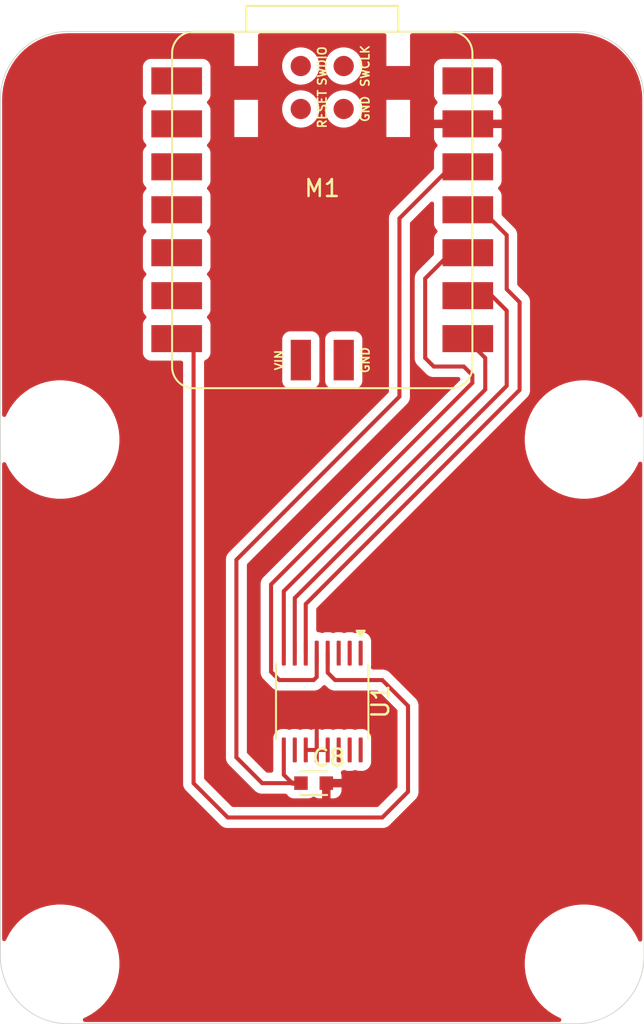
<source format=kicad_pcb>
(kicad_pcb (version 20241229) (generator "pcbnew") (generator_version "9.0")
  (layers (0 "F.Cu" signal) (2 "B.Cu" signal) (13 "F.Paste" user) (15 "B.Paste" user) (5 "F.SilkS" user "F.Silkscreen") (7 "B.SilkS" user "B.Silkscreen") (1 "F.Mask" user) (3 "B.Mask" user) (25 "Edge.Cuts" user))
  (net 0 "")
  (net 2 "PWR_GND")
  (net 3 "PWR_5V")
  (net 4 "PWR_3V3")
  (net 6 "/SCK")
  (net 7 "/MOSI")
  (net 8 "/MISO")
  (net 17 "/CSN")
  (net 23 "/CAL_EN")
  (footprint "fab:TSSOP-16_4.4x5mm_P0.65mm" (layer "F.Cu") (at 177.8 76.454 -90)
    (property "Reference" "U1" (at 0 -3.45 90) (layer "F.SilkS"))
    (property "Value" "MT6835")
    (fp_line (start 0 2.735) (end -2.2 2.735) (stroke (width 0.12)) (layer "F.SilkS"))
    (fp_line (start 0 2.735) (end 2.2 2.735) (stroke (width 0.12)) (layer "F.SilkS"))
    (fp_line (start 0 -2.735) (end -2.2 -2.735) (stroke (width 0.12)) (layer "F.SilkS"))
    (fp_line (start 0 -2.735) (end 2.2 -2.735) (stroke (width 0.12)) (layer "F.SilkS"))
    (fp_poly (pts (xy -3.86 -2.275) (xy -4.19 -2.515) (xy -4.19 -2.035) (xy -3.86 -2.275)) (stroke (width 0.12)) (fill yes) (layer "F.SilkS"))
    (pad "1" smd roundrect (at -2.8625 -2.275 270) (size 1.475 0.24) (layers "F.Cu" "F.Mask" "F.Paste"))
    (pad "2" smd roundrect (at -2.8625 -1.625 270) (size 1.475 0.24) (layers "F.Cu" "F.Mask" "F.Paste"))
    (pad "3" smd roundrect (at -2.8625 -0.975 270) (size 1.475 0.24) (layers "F.Cu" "F.Mask" "F.Paste"))
    (pad "4" smd roundrect (at -2.8625 -0.325 270) (size 1.475 0.24) (layers "F.Cu" "F.Mask" "F.Paste") (net 23 "/CAL_EN"))
    (pad "5" smd roundrect (at -2.8625 0.325 270) (size 1.475 0.24) (layers "F.Cu" "F.Mask" "F.Paste") (net 8 "/MISO"))
    (pad "6" smd roundrect (at -2.8625 0.975 270) (size 1.475 0.24) (layers "F.Cu" "F.Mask" "F.Paste") (net 7 "/MOSI"))
    (pad "7" smd roundrect (at -2.8625 1.625 270) (size 1.475 0.24) (layers "F.Cu" "F.Mask" "F.Paste") (net 6 "/SCK"))
    (pad "8" smd roundrect (at -2.8625 2.275 270) (size 1.475 0.24) (layers "F.Cu" "F.Mask" "F.Paste") (net 17 "/CSN"))
    (pad "9" smd roundrect (at 2.8625 2.275 270) (size 1.475 0.24) (layers "F.Cu" "F.Mask" "F.Paste") (net 4 "PWR_3V3"))
    (pad "10" smd roundrect (at 2.8625 1.625 270) (size 1.475 0.24) (layers "F.Cu" "F.Mask" "F.Paste"))
    (pad "11" smd roundrect (at 2.8625 0.975 270) (size 1.475 0.24) (layers "F.Cu" "F.Mask" "F.Paste") (net 2 "PWR_GND"))
    (pad "12" smd roundrect (at 2.8625 0.325 270) (size 1.475 0.24) (layers "F.Cu" "F.Mask" "F.Paste") (net 2 "PWR_GND"))
    (pad "13" smd roundrect (at 2.8625 -0.325 270) (size 1.475 0.24) (layers "F.Cu" "F.Mask" "F.Paste") (net 2 "PWR_GND"))
    (pad "14" smd roundrect (at 2.8625 -0.975 270) (size 1.475 0.24) (layers "F.Cu" "F.Mask" "F.Paste"))
    (pad "15" smd roundrect (at 2.8625 -1.625 270) (size 1.475 0.24) (layers "F.Cu" "F.Mask" "F.Paste"))
    (pad "16" smd roundrect (at 2.8625 -2.275 270) (size 1.475 0.24) (layers "F.Cu" "F.Mask" "F.Paste"))
  )
  (footprint "fab:Mounting_NEMA17" (layer "F.Cu") (at 177.794 76.46)
    (property "Reference" "REF**" (hide yes))
    (property "Value" "Mounting_NEMA17" (hide yes))
    (pad "" np_thru_hole circle (at -15.5 -15.5) (size 3.2 3.2) (drill 3.2) (layers "*.Cu" "*.Mask") (clearance 1.9))
    (pad "" np_thru_hole circle (at -15.5 15.5) (size 3.2 3.2) (drill 3.2) (layers "*.Cu" "*.Mask") (clearance 1.9))
    (pad "" np_thru_hole circle (at 15.5 -15.5) (size 3.2 3.2) (drill 3.2) (layers "*.Cu" "*.Mask") (clearance 1.9))
    (pad "" np_thru_hole circle (at 15.5 15.5) (size 3.2 3.2) (drill 3.2) (layers "*.Cu" "*.Mask") (clearance 1.9))
  )
  (footprint "fab:SeeedStudio_XIAO_RP2040_smd" (layer "F.Cu") (at 177.8 47.371)
    (property "Reference" "M1" (at 0 -1.27 0) (layer "F.SilkS"))
    (property "Value" "Module_XIAO-RP2040")
    (fp_line (start -8.8875 9.281) (end -8.8875 -9.261) (stroke (width 0.12)) (layer "F.SilkS"))
    (fp_line (start -7.6175 -10.531) (end 7.6225 -10.531) (stroke (width 0.12)) (layer "F.SilkS"))
    (fp_line (start 7.6225 10.551) (end -7.6175 10.551) (stroke (width 0.12)) (layer "F.SilkS"))
    (fp_line (start 8.8925 -9.261) (end 8.8925 9.281) (stroke (width 0.12)) (layer "F.SilkS"))
    (fp_rect (start -4.4975 -10.531) (end 4.5025 -12.055) (stroke (width 0.12)) (fill no) (layer "F.SilkS"))
    (fp_arc (start -8.8875 -9.261) (mid -8.515526 -10.159026) (end -7.6175 -10.531) (stroke (width 0.12)) (layer "F.SilkS"))
    (fp_arc (start -7.6175 10.551) (mid -8.515526 10.179026) (end -8.8875 9.281) (stroke (width 0.12)) (layer "F.SilkS"))
    (fp_arc (start 7.6225 -10.531) (mid 8.520526 -10.159026) (end 8.8925 -9.261) (stroke (width 0.12)) (layer "F.SilkS"))
    (fp_arc (start 8.8925 9.281) (mid 8.520526 10.179026) (end 7.6225 10.551) (stroke (width 0.12)) (layer "F.SilkS"))
    (fp_text user "GND" (at 2.545 8.89 90) (layer "F.SilkS") (effects (font (size 0.5 0.5) (thickness 0.1) (bold yes))))
    (fp_text user "GND" (at 2.54 -5.96 90) (layer "F.SilkS") (effects (font (size 0.5 0.5) (thickness 0.1) (bold yes))))
    (fp_text user "VIN" (at -2.535 8.89 90) (layer "F.SilkS") (effects (font (size 0.5 0.5) (thickness 0.1) (bold yes))))
    (fp_text user "SWDIO" (at 0 -8.5 90) (layer "F.SilkS") (effects (font (size 0.5 0.5) (thickness 0.1) (bold yes))))
    (fp_text user "RESET" (at 0 -5.96 90) (layer "F.SilkS") (effects (font (size 0.5 0.5) (thickness 0.1) (bold yes))))
    (fp_text user "SWCLK" (at 2.54 -8.5 90) (layer "F.SilkS") (effects (font (size 0.5 0.5) (thickness 0.1) (bold yes))))
    (pad "1" smd rect (at -7.615 -7.62) (size 3 1.6) (drill (offset -1 0)) (layers "F.Cu" "F.Mask" "F.Paste"))
    (pad "2" smd rect (at -7.615 -5.08) (size 3 1.6) (drill (offset -1 0)) (layers "F.Cu" "F.Mask" "F.Paste"))
    (pad "3" smd rect (at -7.615 -2.54) (size 3 1.6) (drill (offset -1 0)) (layers "F.Cu" "F.Mask" "F.Paste"))
    (pad "4" smd rect (at -7.615 0) (size 3 1.6) (drill (offset -1 0)) (layers "F.Cu" "F.Mask" "F.Paste"))
    (pad "5" smd rect (at -7.615 2.54) (size 3 1.6) (drill (offset -1 0)) (layers "F.Cu" "F.Mask" "F.Paste"))
    (pad "6" smd rect (at -7.615 5.08) (size 3 1.6) (drill (offset -1 0)) (layers "F.Cu" "F.Mask" "F.Paste"))
    (pad "7" smd rect (at -7.615 7.62) (size 3 1.6) (drill (offset -1 0)) (layers "F.Cu" "F.Mask" "F.Paste") (net 23 "/CAL_EN"))
    (pad "8" smd rect (at 7.62 7.62) (size 3 1.6) (drill (offset 1 0)) (layers "F.Cu" "F.Mask" "F.Paste") (net 17 "/CSN"))
    (pad "9" smd rect (at 7.62 5.08) (size 3 1.6) (drill (offset 1 0)) (layers "F.Cu" "F.Mask" "F.Paste") (net 6 "/SCK"))
    (pad "10" smd rect (at 7.62 2.54) (size 3 1.6) (drill (offset 1 0)) (layers "F.Cu" "F.Mask" "F.Paste") (net 8 "/MISO"))
    (pad "11" smd rect (at 7.62 0) (size 3 1.6) (drill (offset 1 0)) (layers "F.Cu" "F.Mask" "F.Paste") (net 7 "/MOSI"))
    (pad "12" smd rect (at 7.62 -2.54) (size 3 1.6) (drill (offset 1 0)) (layers "F.Cu" "F.Mask" "F.Paste") (net 4 "PWR_3V3"))
    (pad "13" smd rect (at 7.62 -5.08) (size 3 1.6) (drill (offset 1 0)) (layers "F.Cu" "F.Mask" "F.Paste") (net 2 "PWR_GND"))
    (pad "14" smd rect (at 7.62 -7.62) (size 3 1.6) (drill (offset 1 0)) (layers "F.Cu" "F.Mask" "F.Paste") (net 3 "PWR_5V"))
    (pad "15" smd rect (at 1.275 8.89 270) (size 2.4 1.2) (layers "F.Cu" "F.Mask" "F.Paste"))
    (pad "16" smd rect (at -1.265 8.89 270) (size 2.4 1.2) (layers "F.Cu" "F.Mask" "F.Paste"))
    (pad "17" smd circle (at -1.27 -8.5) (size 1.2 1.2) (layers "F.Cu" "F.Mask" "F.Paste"))
    (pad "18" smd circle (at -1.27 -5.96) (size 1.2 1.2) (layers "F.Cu" "F.Mask" "F.Paste"))
    (pad "19" smd circle (at 1.27 -5.96) (size 1.2 1.2) (layers "F.Cu" "F.Mask" "F.Paste"))
    (pad "20" smd circle (at 1.27 -8.5) (size 1.2 1.2) (layers "F.Cu" "F.Mask" "F.Paste"))
    (zone (net 0) (net_name "") (layers "F.Cu" "F.Mask" "F.Paste" "User.1") (name "USB_MECHA") (connect_pads (clearance 0)) (min_thickness 0.25)
      (keepout (tracks not_allowed) (vias not_allowed) (pads not_allowed) (copperpour not_allowed) (footprints not_allowed))
      (fill (thermal_gap 0.5) (thermal_bridge_width 0.5))
      (polygon (pts (xy 172.6 36.821) (xy 174 36.821) (xy 174 38.871) (xy 172.6 38.871)))
    )
    (zone (net 0) (net_name "") (layers "F.Cu" "F.Mask" "F.Paste" "User.1") (name "USB_MECHA") (connect_pads (clearance 0)) (min_thickness 0.25)
      (keepout (tracks not_allowed) (vias not_allowed) (pads not_allowed) (copperpour not_allowed) (footprints not_allowed))
      (fill (thermal_gap 0.5) (thermal_bridge_width 0.5))
      (polygon (pts (xy 172.6 40.871) (xy 174 40.871) (xy 174 43.071) (xy 172.6 43.071)))
    )
    (zone (net 0) (net_name "") (layers "F.Cu" "F.Mask" "F.Paste" "User.1") (name "USB_MECHA") (connect_pads (clearance 0)) (min_thickness 0.25)
      (keepout (tracks not_allowed) (vias not_allowed) (pads not_allowed) (copperpour not_allowed) (footprints not_allowed))
      (fill (thermal_gap 0.5) (thermal_bridge_width 0.5))
      (polygon (pts (xy 181.6 36.821) (xy 183 36.821) (xy 183 38.871) (xy 181.6 38.871)))
    )
    (zone (net 0) (net_name "") (layers "F.Cu" "F.Mask" "F.Paste" "User.1") (name "USB_MECHA") (connect_pads (clearance 0)) (min_thickness 0.25)
      (keepout (tracks not_allowed) (vias not_allowed) (pads not_allowed) (copperpour not_allowed) (footprints not_allowed))
      (fill (thermal_gap 0.5) (thermal_bridge_width 0.5))
      (polygon (pts (xy 181.6 40.871) (xy 183 40.871) (xy 183 43.071) (xy 181.6 43.071)))
    )
  )
  (footprint "fab:C_0603" (layer "F.Cu") (at 177.292 81.28)
    (property "Reference" "C8" (at 0.9 -1.5 0) (layer "F.SilkS"))
    (property "Value" "0.1uF")
    (fp_line (start -0.8 -0.7) (end 0.8 -0.7) (stroke (width 0.12)) (layer "F.SilkS"))
    (fp_line (start 0.8 0.7) (end -0.8 0.7) (stroke (width 0.12)) (layer "F.SilkS"))
    (pad "1" smd rect (at -0.75 0) (size 0.8 0.8) (layers "F.Cu" "F.Mask" "F.Paste") (net 4 "PWR_3V3"))
    (pad "2" smd rect (at 0.75 0) (size 0.8 0.8) (layers "F.Cu" "F.Mask" "F.Paste") (net 2 "PWR_GND"))
  )
  (gr_arc (start 192.85 36.83) (mid 195.678427 38.001573) (end 196.85 40.83) (stroke (width 0.05)) (layer "Edge.Cuts"))
  (gr_line (start 192.85 95.504) (end 162.75 95.504) (stroke (width 0.05)) (layer "Edge.Cuts"))
  (gr_arc (start 196.85 91.504) (mid 195.678427 94.332427) (end 192.85 95.504) (stroke (width 0.05)) (layer "Edge.Cuts"))
  (gr_arc (start 162.75 95.504) (mid 159.921573 94.332427) (end 158.75 91.504) (stroke (width 0.05)) (layer "Edge.Cuts"))
  (gr_line (start 196.85 40.83) (end 196.85 91.504) (stroke (width 0.05)) (layer "Edge.Cuts"))
  (gr_line (start 158.75 40.83) (end 158.75 91.504) (stroke (width 0.05)) (layer "Edge.Cuts"))
  (gr_line (start 162.75 36.83) (end 192.85 36.83) (stroke (width 0.05)) (layer "Edge.Cuts"))
  (gr_arc (start 158.75 40.83) (mid 159.921573 38.001573) (end 162.75 36.83) (stroke (width 0.05)) (layer "Edge.Cuts"))
  (segment (start 177.475 79.3165) (end 178.125 79.3165) (width 0.24) (layer "F.Cu") (net 2))
  (segment (start 176.825 79.3165) (end 177.475 79.3165) (width 0.24) (layer "F.Cu") (net 2))
  (segment (start 177.475 79.3165) (end 177.475 77.541) (width 0.24) (layer "F.Cu") (net 2))
  (segment (start 185.42 39.751) (end 185.42 39.878) (width 0.2) (layer "F.Cu") (net 3))
  (segment (start 174.244 81.28) (end 176.542 81.28) (width 0.24) (layer "F.Cu") (net 4))
  (segment (start 176.022 81.28) (end 176.542 81.28) (width 0.3) (layer "F.Cu") (net 4))
  (segment (start 175.525 80.783) (end 176.022 81.28) (width 0.24) (layer "F.Cu") (net 4))
  (segment (start 172.72 68.072) (end 172.72 79.756) (width 0.24) (layer "F.Cu") (net 4))
  (segment (start 182.372 47.879) (end 182.372 58.42) (width 0.24) (layer "F.Cu") (net 4))
  (segment (start 175.525 79.3165) (end 175.525 80.783) (width 0.24) (layer "F.Cu") (net 4))
  (segment (start 185.42 44.831) (end 182.372 47.879) (width 0.24) (layer "F.Cu") (net 4))
  (segment (start 182.372 58.42) (end 172.72 68.072) (width 0.24) (layer "F.Cu") (net 4))
  (segment (start 172.72 79.756) (end 174.244 81.28) (width 0.24) (layer "F.Cu") (net 4))
  (segment (start 188.722 53.34) (end 188.722 57.785) (width 0.24) (layer "F.Cu") (net 6))
  (segment (start 187.833 52.451) (end 188.722 53.34) (width 0.24) (layer "F.Cu") (net 6))
  (segment (start 185.42 52.451) (end 187.833 52.451) (width 0.24) (layer "F.Cu") (net 6))
  (segment (start 188.722 57.785) (end 176.175 70.332) (width 0.24) (layer "F.Cu") (net 6))
  (segment (start 176.175 70.332) (end 176.175 73.5915) (width 0.24) (layer "F.Cu") (net 6))
  (segment (start 176.825 70.687763) (end 189.484 58.028763) (width 0.24) (layer "F.Cu") (net 7))
  (segment (start 187.222 47.371) (end 185.42 47.371) (width 0.24) (layer "F.Cu") (net 7))
  (segment (start 188.722 52.07) (end 188.722 48.871) (width 0.24) (layer "F.Cu") (net 7))
  (segment (start 188.722 48.871) (end 187.222 47.371) (width 0.24) (layer "F.Cu") (net 7))
  (segment (start 176.825 73.5915) (end 176.825 70.687763) (width 0.24) (layer "F.Cu") (net 7))
  (segment (start 189.484 52.832) (end 188.722 52.07) (width 0.24) (layer "F.Cu") (net 7))
  (segment (start 189.484 58.028763) (end 189.484 52.832) (width 0.24) (layer "F.Cu") (net 7))
  (segment (start 186.182 56.642) (end 184.404 56.642) (width 0.24) (layer "F.Cu") (net 8))
  (segment (start 183.896 56.134) (end 183.896 51.435) (width 0.24) (layer "F.Cu") (net 8))
  (segment (start 174.772046 74.696046) (end 174.772046 69.527642) (width 0.24) (layer "F.Cu") (net 8))
  (segment (start 175.26 75.184) (end 174.772046 74.696046) (width 0.24) (layer "F.Cu") (net 8))
  (segment (start 177.475 73.5915) (end 177.475 75.001) (width 0.24) (layer "F.Cu") (net 8))
  (segment (start 177.475 75.001) (end 177.292 75.184) (width 0.24) (layer "F.Cu") (net 8))
  (segment (start 186.69 57.15) (end 186.182 56.642) (width 0.24) (layer "F.Cu") (net 8))
  (segment (start 174.772046 69.527642) (end 186.69 57.609688) (width 0.24) (layer "F.Cu") (net 8))
  (segment (start 184.404 56.642) (end 183.896 56.134) (width 0.24) (layer "F.Cu") (net 8))
  (segment (start 183.896 51.435) (end 185.42 49.911) (width 0.24) (layer "F.Cu") (net 8))
  (segment (start 177.292 75.184) (end 175.26 75.184) (width 0.24) (layer "F.Cu") (net 8))
  (segment (start 186.69 57.609688) (end 186.69 57.15) (width 0.24) (layer "F.Cu") (net 8))
  (segment (start 186.309 54.991) (end 187.452 56.134) (width 0.24) (layer "F.Cu") (net 17))
  (segment (start 175.525 69.929766) (end 175.525 73.5915) (width 0.24) (layer "F.Cu") (net 17))
  (segment (start 187.452 56.134) (end 187.452 58.002766) (width 0.24) (layer "F.Cu") (net 17))
  (segment (start 187.452 58.002766) (end 175.525 69.929766) (width 0.24) (layer "F.Cu") (net 17))
  (segment (start 185.42 54.991) (end 186.309 54.991) (width 0.24) (layer "F.Cu") (net 17))
  (segment (start 170.185 81.285) (end 172.212 83.312) (width 0.24) (layer "F.Cu") (net 23))
  (segment (start 172.212 83.312) (end 181.356 83.312) (width 0.24) (layer "F.Cu") (net 23))
  (segment (start 181.356 83.312) (end 182.88 81.788) (width 0.24) (layer "F.Cu") (net 23))
  (segment (start 178.562 75.184) (end 178.125 74.747) (width 0.24) (layer "F.Cu") (net 23))
  (segment (start 168.12 54.991) (end 170.185 54.991) (width 0.2) (layer "F.Cu") (net 23))
  (segment (start 178.125 74.747) (end 178.125 73.5915) (width 0.24) (layer "F.Cu") (net 23))
  (segment (start 182.88 81.788) (end 182.88 76.708) (width 0.24) (layer "F.Cu") (net 23))
  (segment (start 181.356 75.184) (end 178.562 75.184) (width 0.24) (layer "F.Cu") (net 23))
  (segment (start 170.185 54.991) (end 170.185 81.285) (width 0.24) (layer "F.Cu") (net 23))
  (segment (start 182.88 76.708) (end 181.356 75.184) (width 0.24) (layer "F.Cu") (net 23))
  (zone (net 2) (net_name "PWR_GND") (layer "F.Cu") (connect_pads (clearance 0.5)) (min_thickness 0.25) (fill yes (thermal_gap 0.5) (thermal_bridge_width 0.5) (island_removal_mode 2) (island_area_min 10))
    (polygon (pts (xy 158.75 36.83) (xy 196.85 36.83) (xy 196.85 95.504) (xy 158.75 95.504)))
  )
)
</source>
